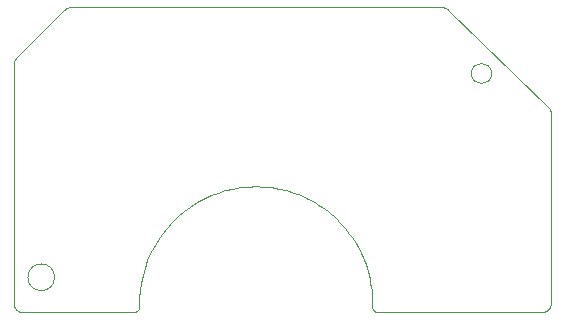
<source format=gbr>
%TF.GenerationSoftware,KiCad,Pcbnew,(6.0.7)*%
%TF.CreationDate,2023-10-07T15:25:07-05:00*%
%TF.ProjectId,Throttle Position Sensor,5468726f-7474-46c6-9520-506f73697469,rev?*%
%TF.SameCoordinates,Original*%
%TF.FileFunction,Profile,NP*%
%FSLAX46Y46*%
G04 Gerber Fmt 4.6, Leading zero omitted, Abs format (unit mm)*
G04 Created by KiCad (PCBNEW (6.0.7)) date 2023-10-07 15:25:07*
%MOMM*%
%LPD*%
G01*
G04 APERTURE LIST*
%TA.AperFunction,Profile*%
%ADD10C,0.014000*%
%TD*%
%TA.AperFunction,Profile*%
%ADD11C,0.100000*%
%TD*%
G04 APERTURE END LIST*
D10*
X170413010Y-111480468D02*
X170413010Y-111480468D01*
X125385001Y-111480451D02*
X125385001Y-111480451D01*
X170647324Y-94904038D02*
X170647324Y-110914780D01*
X125174814Y-111109765D02*
X125166200Y-111071566D01*
X146954528Y-101133095D02*
X147597792Y-101240136D01*
X153960082Y-105588506D02*
X154130965Y-105865169D01*
X135800000Y-111200000D02*
X135802916Y-110529658D01*
X125227392Y-90417303D02*
X125244932Y-90382417D01*
X125159454Y-90640993D02*
X125166200Y-90602328D01*
X170413010Y-111480468D02*
X170384264Y-111507823D01*
X161757193Y-85970191D02*
X161790786Y-85988782D01*
X170079993Y-111680202D02*
X170042325Y-111690654D01*
X125211583Y-111220912D02*
X125197532Y-111184504D01*
X155774328Y-111653694D02*
X155752785Y-111641234D01*
X170440365Y-111451722D02*
X170413010Y-111480468D01*
X155539337Y-111372469D02*
X155532086Y-111348692D01*
D11*
X128631106Y-108750000D02*
G75*
G03*
X128631106Y-108750000I-1131106J0D01*
G01*
D10*
X170117063Y-111667936D02*
X170079993Y-111680202D01*
X129464896Y-86113549D02*
X129493642Y-86086193D01*
X155517504Y-111275380D02*
X155515091Y-111250428D01*
X135676100Y-111544485D02*
X135658956Y-111563060D01*
X143079588Y-101389988D02*
X143716272Y-101240132D01*
X150671531Y-102417590D02*
X150957890Y-102593321D01*
X161722785Y-85953250D02*
X161757193Y-85970191D01*
X169886994Y-111713798D02*
X169847325Y-111714781D01*
X152276221Y-103598726D02*
X152516267Y-103823476D01*
X125264175Y-111325504D02*
X125244932Y-111291478D01*
X135800109Y-111225277D02*
X135798948Y-111250413D01*
X125264175Y-90348390D02*
X125285096Y-90315289D01*
X155492762Y-110197100D02*
X155511126Y-110529680D01*
X170638557Y-111032917D02*
X170631810Y-111071582D01*
X141230956Y-102096456D02*
X141834736Y-101818150D01*
X129912445Y-85888001D02*
X129951511Y-85883149D01*
X155526019Y-111324556D02*
X155521152Y-111300104D01*
X135746014Y-111441191D02*
X135734195Y-111463093D01*
X125285096Y-90315289D02*
X125307666Y-90283178D01*
X153780090Y-105317492D02*
X153960082Y-105588506D01*
X155691988Y-111597437D02*
X155673145Y-111580760D01*
X125285096Y-111358606D02*
X125264175Y-111325504D01*
X137353972Y-105588485D02*
X137722934Y-105052346D01*
X125150687Y-90759129D02*
X125151670Y-90719460D01*
X155463304Y-109866567D02*
X155492762Y-110197100D01*
X135766284Y-111395828D02*
X135756715Y-111418755D01*
D11*
X165630058Y-91500000D02*
G75*
G03*
X165630058Y-91500000I-860058J0D01*
G01*
D10*
X155752785Y-111641234D02*
X155731851Y-111627692D01*
X155889687Y-111699129D02*
X155865741Y-111692351D01*
X161651773Y-85924422D02*
X161687624Y-85937986D01*
X129760842Y-85926080D02*
X129797913Y-85913814D01*
X135658956Y-111563060D02*
X135640895Y-111580745D01*
X125331858Y-90252123D02*
X125357645Y-90222190D01*
X169965460Y-111706014D02*
X169926395Y-111710867D01*
X170646305Y-94863646D02*
X170647324Y-94904038D01*
X138565926Y-104055538D02*
X139037838Y-103598709D01*
X125357645Y-111451705D02*
X125331858Y-111421772D01*
X125474735Y-111557787D02*
X125443680Y-111533594D01*
X170567907Y-94556532D02*
X170584264Y-94592720D01*
X149479326Y-101818160D02*
X150083106Y-102096467D01*
X139541949Y-103172159D02*
X140077199Y-102777809D01*
X129523575Y-86060406D02*
X129554630Y-86036214D01*
X170189151Y-111638077D02*
X170153471Y-111653885D01*
X155532086Y-111348692D02*
X155526019Y-111324556D01*
X125185267Y-90526461D02*
X125197532Y-90489390D01*
X170459912Y-94389509D02*
X170484909Y-94420828D01*
X155637940Y-111544500D02*
X155621827Y-111525172D01*
X170611503Y-94667327D02*
X170622327Y-94705609D01*
X125357645Y-90222190D02*
X125385001Y-90193444D01*
X151772111Y-103172174D02*
X152028124Y-103381545D01*
X135539712Y-111653678D02*
X135517601Y-111665038D01*
X170004126Y-111699268D02*
X169965460Y-111706014D01*
X170258063Y-111601293D02*
X170224037Y-111620537D01*
X129688755Y-85955940D02*
X129724434Y-85940131D01*
X155673145Y-111580760D02*
X155655084Y-111563075D01*
X125385001Y-111480451D02*
X125357645Y-111451705D01*
X161915759Y-86079147D02*
X161944342Y-86105612D01*
X155515091Y-111250428D02*
X155513931Y-111225292D01*
X135792887Y-111300089D02*
X135788021Y-111324541D01*
X170224037Y-111620537D02*
X170189151Y-111638077D01*
X170153471Y-111653885D02*
X170117063Y-111667936D01*
X135494967Y-111675280D02*
X135471852Y-111684385D01*
X125154601Y-110993834D02*
X125151670Y-110954434D01*
X154444876Y-106434480D02*
X154587638Y-106726649D01*
X135850739Y-109866544D02*
X135942412Y-109212579D01*
X161540698Y-85894192D02*
X161578248Y-85902500D01*
X125608860Y-111638060D02*
X125573974Y-111620521D01*
X170323276Y-111557803D02*
X170291165Y-111580373D01*
X161823501Y-86008998D02*
X161855276Y-86030815D01*
X125385001Y-90193444D02*
X129464896Y-86113549D01*
X148234475Y-101389994D02*
X148862384Y-101582669D01*
X156013821Y-111714781D02*
X155988551Y-111714143D01*
X125154601Y-90680059D02*
X125159454Y-90640993D01*
X125871616Y-111710851D02*
X125832550Y-111705999D01*
X152516267Y-103823476D02*
X152748132Y-104055556D01*
X135721278Y-111484418D02*
X135707278Y-111505120D01*
X135561255Y-111641219D02*
X135539712Y-111653678D01*
X129990911Y-85880217D02*
X130030581Y-85879234D01*
X135692214Y-111525157D02*
X135676100Y-111544485D01*
X125573974Y-111620521D02*
X125539947Y-111601277D01*
X155988551Y-111714143D02*
X155963460Y-111712241D01*
X161464337Y-85883007D02*
X161502707Y-85887686D01*
X155371633Y-109212603D02*
X155422883Y-109538321D01*
X154844115Y-107324810D02*
X154957565Y-107630323D01*
X170466153Y-111421788D02*
X170440365Y-111451722D01*
X125159454Y-111032900D02*
X125154601Y-110993834D01*
X135796535Y-111275365D02*
X135792887Y-111300089D01*
X135471852Y-111684385D02*
X135448299Y-111692336D01*
X137722934Y-105052346D02*
X138127271Y-104540724D01*
X170638238Y-94783783D02*
X170643266Y-94823538D01*
X137021446Y-106147218D02*
X137353972Y-105588485D01*
X170433275Y-94359370D02*
X170459912Y-94389509D01*
X140642529Y-102417578D02*
X141230956Y-102096456D01*
X170570619Y-111256608D02*
X170553079Y-111291494D01*
X170384264Y-111507823D02*
X170354331Y-111533610D01*
X135756715Y-111418755D02*
X135746014Y-111441191D01*
X135582189Y-111627677D02*
X135561255Y-111641219D01*
X138127271Y-104540724D02*
X138565926Y-104055538D01*
X125718018Y-111680186D02*
X125680947Y-111667920D01*
X136253069Y-107939780D02*
X136469935Y-107324787D01*
X170598806Y-94629674D02*
X170611503Y-94667327D01*
X125644539Y-111653869D02*
X125608860Y-111638060D01*
X170042325Y-111690654D02*
X170004126Y-111699268D01*
X144359536Y-101133091D02*
X145007187Y-101068868D01*
X135424353Y-111699113D02*
X135400055Y-111704699D01*
X161855276Y-86030815D02*
X161886050Y-86054206D01*
X161615293Y-85912585D02*
X161651773Y-85924422D01*
X129493642Y-86086193D02*
X129523575Y-86060406D01*
X125793885Y-111699252D02*
X125755686Y-111690639D01*
X170484909Y-94420828D02*
X170508236Y-94453259D01*
X155579845Y-111463109D02*
X155568027Y-111441207D01*
X135788021Y-111324541D02*
X135781954Y-111348677D01*
X135602469Y-111613072D02*
X135582189Y-111627677D01*
X155060979Y-107939803D02*
X155154226Y-108253012D01*
X170354331Y-111533610D02*
X170323276Y-111557803D01*
X125539947Y-111601277D02*
X125506846Y-111580356D01*
X154292607Y-106147241D02*
X154444876Y-106434480D01*
X155557325Y-111418770D02*
X155547756Y-111395843D01*
X135781954Y-111348677D02*
X135774703Y-111372454D01*
X155521152Y-111300104D02*
X155517504Y-111275380D01*
X129586741Y-86013644D02*
X129619842Y-85992723D01*
X125197532Y-111184504D02*
X125185267Y-111147433D01*
X125832550Y-111705999D02*
X125793885Y-111699252D01*
X161502707Y-85887686D02*
X161540698Y-85894192D01*
X145007187Y-101068868D02*
X145657032Y-101047460D01*
X135325488Y-111714127D02*
X135300219Y-111714765D01*
X170529864Y-94486733D02*
X170549764Y-94521180D01*
X125443680Y-111533594D02*
X125413747Y-111507807D01*
X130030581Y-85879234D02*
X161386708Y-85879234D01*
X155547756Y-111395843D02*
X155539337Y-111372469D01*
X155913985Y-111704715D02*
X155889687Y-111699129D01*
X155606762Y-111505135D02*
X155592762Y-111484433D01*
X125911016Y-111713783D02*
X125871616Y-111710851D01*
X135798948Y-111250413D02*
X135796535Y-111275365D01*
X135350580Y-111712224D02*
X135325488Y-111714127D01*
X142451679Y-101582661D02*
X143079588Y-101389988D01*
X170622327Y-94705609D02*
X170631248Y-94744450D01*
X150083106Y-102096467D02*
X150671531Y-102417590D01*
X147597792Y-101240136D02*
X148234475Y-101389994D01*
X170405026Y-94330481D02*
X170433275Y-94359370D01*
X125307666Y-111390717D02*
X125285096Y-111358606D01*
X135942412Y-109212579D02*
X136076875Y-108569684D01*
X155309685Y-108889652D02*
X155371633Y-109212603D01*
X129653869Y-85973479D02*
X129688755Y-85955940D01*
X148862384Y-101582669D02*
X149479326Y-101818160D01*
X135734195Y-111463093D02*
X135721278Y-111484418D01*
X125185267Y-111147433D02*
X125174814Y-111109765D01*
X135640895Y-111580745D02*
X135622052Y-111597422D01*
X170291165Y-111580373D02*
X170258063Y-111601293D01*
X161944342Y-86105612D02*
X170405026Y-94330481D01*
X125755686Y-111690639D02*
X125718018Y-111680186D01*
X135375450Y-111709076D02*
X135350580Y-111712224D01*
X125244932Y-90382417D02*
X125264175Y-90348390D01*
X170584264Y-94592720D02*
X170598806Y-94629674D01*
X155511126Y-110529680D02*
X155518262Y-110864067D01*
X136469935Y-107324787D02*
X136726414Y-106726626D01*
X129835581Y-85903361D02*
X129873780Y-85894748D01*
X170549764Y-94521180D02*
X170567907Y-94556532D01*
X169926395Y-111710867D02*
X169886994Y-111713798D01*
X136076875Y-108569684D02*
X136253069Y-107939780D01*
X161886050Y-86054206D02*
X161915759Y-86079147D01*
X129724434Y-85940131D02*
X129760842Y-85926080D01*
X170490345Y-111390733D02*
X170466153Y-111421788D01*
X155621827Y-111525172D02*
X155606762Y-111505135D01*
X125227392Y-111256592D02*
X125211583Y-111220912D01*
X170612744Y-111147450D02*
X170600478Y-111184520D01*
X125413747Y-111507807D02*
X125385001Y-111480451D01*
X125166200Y-111071566D02*
X125159454Y-111032900D01*
X125331858Y-111421772D02*
X125307666Y-111390717D01*
X155842188Y-111684401D02*
X155819073Y-111675296D01*
X135300219Y-111714766D02*
X125950686Y-111714766D01*
X170643266Y-94823538D02*
X170646305Y-94863646D01*
X161578248Y-85902500D02*
X161615293Y-85912585D01*
X153186786Y-104540743D02*
X153393310Y-104793370D01*
X170512915Y-111358622D02*
X170490345Y-111390733D01*
X170623197Y-111109782D02*
X170612744Y-111147450D01*
X161425650Y-85880182D02*
X161464337Y-85883007D01*
X154130965Y-105865169D02*
X154292607Y-106147241D01*
X161386708Y-85879234D02*
X161425650Y-85880182D01*
X125166200Y-90602328D02*
X125174814Y-90564129D01*
X170553079Y-111291494D02*
X170533835Y-111325521D01*
X155237172Y-108569708D02*
X155309685Y-108889652D01*
X155819073Y-111675296D02*
X155796439Y-111665054D01*
X155711572Y-111613087D02*
X155691988Y-111597437D01*
X170631810Y-111071582D02*
X170623197Y-111109782D01*
X145657032Y-101047460D02*
X146306877Y-101068869D01*
X155513931Y-111225292D02*
X155514039Y-111200015D01*
X170647324Y-110914780D02*
X170646341Y-110954450D01*
X154957565Y-107630323D02*
X155060979Y-107939803D01*
X125211583Y-90452983D02*
X125227392Y-90417303D01*
X140077199Y-102777809D02*
X140642529Y-102417578D01*
X141834736Y-101818150D02*
X142451679Y-101582661D01*
X143716272Y-101240132D02*
X144359536Y-101133091D01*
X129619842Y-85992723D02*
X129653869Y-85973479D01*
X169847325Y-111714781D02*
X156013821Y-111714781D01*
X170646341Y-110954450D02*
X170643409Y-110993851D01*
X161790786Y-85988782D02*
X161823501Y-86008998D01*
X155963460Y-111712241D02*
X155938590Y-111709092D01*
X125950686Y-111714766D02*
X125911016Y-111713783D01*
X136726414Y-106726626D02*
X137021446Y-106147218D01*
X161687624Y-85937986D02*
X161722785Y-85953250D01*
X170631248Y-94744450D02*
X170638238Y-94783783D01*
X135622052Y-111597422D02*
X135602469Y-111613072D01*
X155655084Y-111563075D02*
X155655084Y-111563075D01*
X129951511Y-85883149D02*
X129990911Y-85880217D01*
X125244932Y-111291478D02*
X125227392Y-111256592D01*
X135774703Y-111372454D02*
X135766284Y-111395828D01*
X125174814Y-90564129D02*
X125185267Y-90526461D01*
X155154226Y-108253012D02*
X155237172Y-108569708D01*
X125151670Y-110954434D02*
X125150687Y-110914764D01*
X153591122Y-105052367D02*
X153780090Y-105317492D01*
X170508236Y-94453259D02*
X170529864Y-94486733D01*
X155592762Y-111484433D02*
X155579845Y-111463109D01*
X155865741Y-111692351D02*
X155842188Y-111684401D01*
X153393310Y-104793370D02*
X153591122Y-105052367D01*
X125307666Y-90283178D02*
X125331858Y-90252123D01*
X152748132Y-104055556D02*
X152971682Y-104294725D01*
X170586428Y-111220928D02*
X170570619Y-111256608D01*
X135802916Y-110529658D02*
X135850739Y-109866544D01*
X125506846Y-111580356D02*
X125474735Y-111557787D01*
X151236861Y-102777822D02*
X151508312Y-102970853D01*
X129554630Y-86036214D02*
X129586741Y-86013644D01*
X155568027Y-111441207D02*
X155557325Y-111418770D01*
X125197532Y-90489390D02*
X125211583Y-90452983D01*
X170533835Y-111325521D02*
X170512915Y-111358622D01*
X129797913Y-85913814D02*
X129835581Y-85903361D01*
X155518262Y-110864067D02*
X155514039Y-111200021D01*
X135517601Y-111665038D02*
X135494967Y-111675280D01*
X170643409Y-110993851D02*
X170638557Y-111032917D01*
X135800000Y-111200000D02*
X135800109Y-111225277D01*
X125151670Y-90719460D02*
X125154601Y-90680059D01*
X155938590Y-111709092D02*
X155913985Y-111704715D01*
X170600478Y-111184520D02*
X170586428Y-111220928D01*
X135707278Y-111505120D02*
X135692214Y-111525157D01*
X155796439Y-111665054D02*
X155774328Y-111653694D01*
X135448299Y-111692336D02*
X135424353Y-111699113D01*
X139037838Y-103598709D02*
X139541949Y-103172159D01*
X152971682Y-104294725D02*
X153186786Y-104540743D01*
X125680947Y-111667920D02*
X125644539Y-111653869D01*
X152028124Y-103381545D02*
X152276221Y-103598726D01*
X154587638Y-106726649D02*
X154720762Y-107023505D01*
X129873780Y-85894748D02*
X129912445Y-85888001D01*
X155422883Y-109538321D02*
X155463304Y-109866567D01*
X135658956Y-111563060D02*
X135658956Y-111563060D01*
X135400055Y-111704699D02*
X135375450Y-111709076D01*
X155731851Y-111627692D02*
X155711572Y-111613087D01*
X155655084Y-111563075D02*
X155637940Y-111544500D01*
X151508312Y-102970853D02*
X151772111Y-103172174D01*
X154720762Y-107023505D02*
X154844115Y-107324810D01*
X150957890Y-102593321D02*
X151236861Y-102777822D01*
X125150687Y-110914766D02*
X125150687Y-90759129D01*
X146306877Y-101068869D02*
X146954528Y-101133095D01*
M02*

</source>
